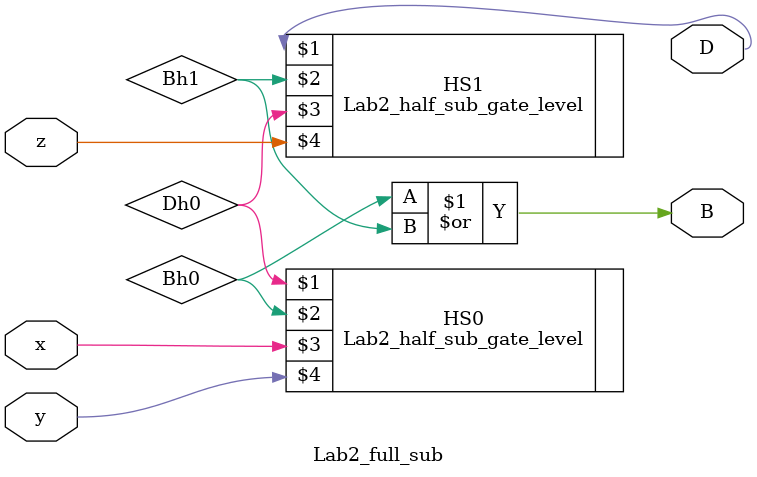
<source format=v>
module	Lab2_full_sub(output D, B, input x, y, z);
	
	wire	Dh0, Bh0, Bh1;
	
        Lab2_half_sub_gate_level HS0(Dh0, Bh0, x, y);
        Lab2_half_sub_gate_level HS1(D, Bh1, Dh0, z);

        or		G1(B, Bh0, Bh1);

endmodule


</source>
